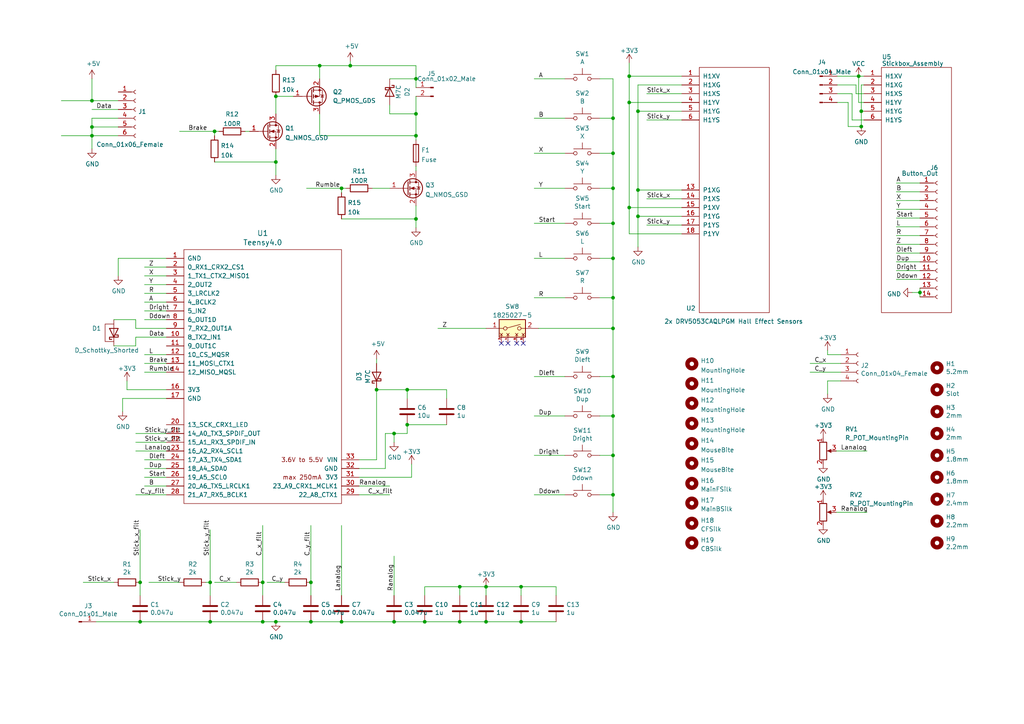
<source format=kicad_sch>
(kicad_sch (version 20211123) (generator eeschema)
  (paper "A4")
  (lib_symbols
    (symbol "Connector:Conn_01x01_Male" (pin_names (offset 1.016) hide)
      (property "Reference" "J" (at 0 2.54 0))
      (property "Value" "Conn_01x01_Male" (at 0 -2.54 0))
      (symbol "Conn_01x01_Male_1_1"
        (pin passive line (at 5.08 0 180) (length 3.81) (name "Pin_1") (number "1"))
      )
    )
    (symbol "Connector:Conn_01x02_Male" (pin_names (offset 1.016) hide)
      (property "Reference" "J" (at 0 2.54 0))
      (property "Value" "Conn_01x02_Male" (at 0 -5.08 0))
      (symbol "Conn_01x02_Male_1_1"
        (pin passive line (at 5.08 0 180) (length 3.81) (name "Pin_1") (number "1"))
        (pin passive line (at 5.08 -2.54 180) (length 3.81) (name "Pin_2") (number "2"))
      )
    )
    (symbol "Connector:Conn_01x04_Female" (pin_names (offset 1.016) hide)
      (property "Reference" "J" (at 0 5.08 0))
      (property "Value" "Conn_01x04_Female" (at 0 -7.62 0))
      (symbol "Conn_01x04_Female_1_1"
        (pin passive line (at -5.08 2.54 0) (length 3.81) (name "Pin_1") (number "1"))
        (pin passive line (at -5.08 0 0) (length 3.81) (name "Pin_2") (number "2"))
        (pin passive line (at -5.08 -2.54 0) (length 3.81) (name "Pin_3") (number "3"))
        (pin passive line (at -5.08 -5.08 0) (length 3.81) (name "Pin_4") (number "4"))
      )
    )
    (symbol "Connector:Conn_01x04_Male" (pin_names (offset 1.016) hide)
      (property "Reference" "J" (at 0 5.08 0))
      (property "Value" "Conn_01x04_Male" (at 0 -7.62 0))
      (symbol "Conn_01x04_Male_1_1"
        (pin passive line (at 5.08 2.54 180) (length 3.81) (name "Pin_1") (number "1"))
        (pin passive line (at 5.08 0 180) (length 3.81) (name "Pin_2") (number "2"))
        (pin passive line (at 5.08 -2.54 180) (length 3.81) (name "Pin_3") (number "3"))
        (pin passive line (at 5.08 -5.08 180) (length 3.81) (name "Pin_4") (number "4"))
      )
    )
    (symbol "Connector:Conn_01x06_Female" (pin_names (offset 1.016) hide)
      (property "Reference" "J" (at 0 7.62 0))
      (property "Value" "Conn_01x06_Female" (at 0 -10.16 0))
      (symbol "Conn_01x06_Female_1_1"
        (pin passive line (at -5.08 5.08 0) (length 3.81) (name "Pin_1") (number "1"))
        (pin passive line (at -5.08 2.54 0) (length 3.81) (name "Pin_2") (number "2"))
        (pin passive line (at -5.08 0 0) (length 3.81) (name "Pin_3") (number "3"))
        (pin passive line (at -5.08 -2.54 0) (length 3.81) (name "Pin_4") (number "4"))
        (pin passive line (at -5.08 -5.08 0) (length 3.81) (name "Pin_5") (number "5"))
        (pin passive line (at -5.08 -7.62 0) (length 3.81) (name "Pin_6") (number "6"))
      )
    )
    (symbol "Connector:Conn_01x14_Female" (pin_names (offset 1.016) hide)
      (property "Reference" "J" (at 0 17.78 0))
      (property "Value" "Conn_01x14_Female" (at 0 -20.32 0))
      (symbol "Conn_01x14_Female_1_1"
        (pin passive line (at -5.08 15.24 0) (length 3.81) (name "Pin_1") (number "1"))
        (pin passive line (at -5.08 -7.62 0) (length 3.81) (name "Pin_10") (number "10"))
        (pin passive line (at -5.08 -10.16 0) (length 3.81) (name "Pin_11") (number "11"))
        (pin passive line (at -5.08 -12.7 0) (length 3.81) (name "Pin_12") (number "12"))
        (pin passive line (at -5.08 -15.24 0) (length 3.81) (name "Pin_13") (number "13"))
        (pin passive line (at -5.08 -17.78 0) (length 3.81) (name "Pin_14") (number "14"))
        (pin passive line (at -5.08 12.7 0) (length 3.81) (name "Pin_2") (number "2"))
        (pin passive line (at -5.08 10.16 0) (length 3.81) (name "Pin_3") (number "3"))
        (pin passive line (at -5.08 7.62 0) (length 3.81) (name "Pin_4") (number "4"))
        (pin passive line (at -5.08 5.08 0) (length 3.81) (name "Pin_5") (number "5"))
        (pin passive line (at -5.08 2.54 0) (length 3.81) (name "Pin_6") (number "6"))
        (pin passive line (at -5.08 0 0) (length 3.81) (name "Pin_7") (number "7"))
        (pin passive line (at -5.08 -2.54 0) (length 3.81) (name "Pin_8") (number "8"))
        (pin passive line (at -5.08 -5.08 0) (length 3.81) (name "Pin_9") (number "9"))
      )
    )
    (symbol "Device:C" (pin_numbers hide) (pin_names (offset 0.254))
      (property "Reference" "C" (at 0.635 2.54 0))
      (property "Value" "C" (at 0.635 -2.54 0))
      (symbol "C_1_1"
        (pin passive line (at 0 3.81 270) (length 2.794) (name "~") (number "1"))
        (pin passive line (at 0 -3.81 90) (length 2.794) (name "~") (number "2"))
      )
    )
    (symbol "Device:D_Schottky" (pin_numbers hide) (pin_names (offset 1.016) hide)
      (property "Reference" "D" (at 0 2.54 0))
      (property "Value" "D_Schottky" (at 0 -2.54 0))
      (symbol "D_Schottky_1_1"
        (pin passive line (at -3.81 0 0) (length 2.54) (name "K") (number "1"))
        (pin passive line (at 3.81 0 180) (length 2.54) (name "A") (number "2"))
      )
    )
    (symbol "Device:Fuse" (pin_numbers hide) (pin_names (offset 0))
      (property "Reference" "F" (at 2.032 0 90))
      (property "Value" "Fuse" (at -1.905 0 90))
      (symbol "Fuse_1_1"
        (pin passive line (at 0 3.81 270) (length 1.27) (name "~") (number "1"))
        (pin passive line (at 0 -3.81 90) (length 1.27) (name "~") (number "2"))
      )
    )
    (symbol "Device:Q_NMOS_GSD" (pin_names (offset 0) hide)
      (property "Reference" "Q" (at 5.08 1.27 0))
      (property "Value" "Q_NMOS_GSD" (at 5.08 -1.27 0))
      (symbol "Q_NMOS_GSD_1_1"
        (pin input line (at -5.08 0 0) (length 2.54) (name "G") (number "1"))
        (pin passive line (at 2.54 -5.08 90) (length 2.54) (name "S") (number "2"))
        (pin passive line (at 2.54 5.08 270) (length 2.54) (name "D") (number "3"))
      )
    )
    (symbol "Device:Q_PMOS_GSD" (pin_names (offset 0) hide)
      (property "Reference" "Q" (at 5.08 1.27 0))
      (property "Value" "Q_PMOS_GSD" (at 5.08 -1.27 0))
      (symbol "Q_PMOS_GSD_1_1"
        (pin input line (at -5.08 0 0) (length 2.54) (name "G") (number "1"))
        (pin passive line (at 2.54 -5.08 90) (length 2.54) (name "S") (number "2"))
        (pin passive line (at 2.54 5.08 270) (length 2.54) (name "D") (number "3"))
      )
    )
    (symbol "Device:R" (pin_numbers hide) (pin_names (offset 0))
      (property "Reference" "R" (at 2.032 0 90))
      (property "Value" "R" (at 0 0 90))
      (symbol "R_1_1"
        (pin passive line (at 0 3.81 270) (length 1.27) (name "~") (number "1"))
        (pin passive line (at 0 -3.81 90) (length 1.27) (name "~") (number "2"))
      )
    )
    (symbol "GCC:+3.3V" (power) (pin_names (offset 0))
      (property "Value" "+3.3V" (at 0 3.556 0))
      (symbol "+3.3V_1_1"
        (pin power_in line (at 0 0 90) (length 0) hide (name "+3V3") (number "1"))
      )
    )
    (symbol "GCC:Gamecube-MB-rescue_Slider_GCC-Gamecube_MB" (pin_names (offset 1.016) hide)
      (property "Reference" "RV" (at -8.255 0 90))
      (property "Value" "Gamecube-MB-rescue_Slider_GCC-Gamecube_MB" (at -6.35 0 90))
      (symbol "Gamecube-MB-rescue_Slider_GCC-Gamecube_MB_1_1"
        (pin passive line (at 0 3.81 270) (length 1.27) (name "V+") (number "1"))
        (pin passive line (at 0 -3.81 90) (length 1.27) (name "GND") (number "2"))
        (pin passive line (at 3.81 0 180) (length 1.27) (name "Signal") (number "3"))
      )
    )
    (symbol "GCC:Gamecube-MB-rescue_Stickbox_Assembly-Gamecube_MB" (pin_names (offset 1.016))
      (property "Reference" "U" (at 12.7 -41.91 90))
      (property "Value" "Gamecube-MB-rescue_Stickbox_Assembly-Gamecube_MB" (at 8.89 -35.56 90))
      (symbol "Gamecube-MB-rescue_Stickbox_Assembly-Gamecube_MB_0_0"
        (pin unspecified line (at -5.08 -2.54 0) (length 5.08) (name "H1XV") (number "1"))
        (pin unspecified line (at -5.08 -35.56 0) (length 5.08) (name "P1XG") (number "13"))
        (pin unspecified line (at -5.08 -38.1 0) (length 5.08) (name "P1XS") (number "14"))
        (pin unspecified line (at -5.08 -40.64 0) (length 5.08) (name "P1XV") (number "15"))
        (pin unspecified line (at -5.08 -43.18 0) (length 5.08) (name "P1YG") (number "16"))
        (pin unspecified line (at -5.08 -45.72 0) (length 5.08) (name "P1YS") (number "17"))
        (pin unspecified line (at -5.08 -48.26 0) (length 5.08) (name "P1YV") (number "18"))
        (pin unspecified line (at -5.08 -5.08 0) (length 5.08) (name "H1XG") (number "2"))
        (pin unspecified line (at -5.08 -7.62 0) (length 5.08) (name "H1XS") (number "3"))
        (pin unspecified line (at -5.08 -10.16 0) (length 5.08) (name "H1YV") (number "4"))
        (pin unspecified line (at -5.08 -12.7 0) (length 5.08) (name "H1YG") (number "5"))
        (pin unspecified line (at -5.08 -15.24 0) (length 5.08) (name "H1YS") (number "6"))
      )
    )
    (symbol "Gamecube MB:D_Schottky_Shorted" (pin_numbers hide) (pin_names (offset 1.016) hide)
      (property "Reference" "D" (at 0 3.81 0))
      (property "Value" "D_Schottky_Shorted" (at 0 -2.54 0))
      (symbol "D_Schottky_Shorted_1_1"
        (pin passive line (at -3.81 0 0) (length 2.54) (name "K") (number "1"))
        (pin passive line (at 3.81 0 180) (length 2.54) (name "A") (number "2"))
      )
    )
    (symbol "Gamecube MB:Stickbox_Assembly_Hall_Only" (pin_names (offset 1.016))
      (property "Reference" "U2" (at -3.81 -69.85 0))
      (property "Value" "Stickbox_Assembly_Hall_Only" (at -10.16 -73.66 0))
      (symbol "Stickbox_Assembly_Hall_Only_0_0"
        (pin unspecified line (at -5.08 -2.54 0) (length 5.08) (name "H1XV") (number "1"))
        (pin unspecified line (at -5.08 -5.08 0) (length 5.08) (name "H1XG") (number "2"))
        (pin unspecified line (at -5.08 -7.62 0) (length 5.08) (name "H1XS") (number "3"))
        (pin unspecified line (at -5.08 -10.16 0) (length 5.08) (name "H1YV") (number "4"))
        (pin unspecified line (at -5.08 -12.7 0) (length 5.08) (name "H1YG") (number "5"))
        (pin unspecified line (at -5.08 -15.24 0) (length 5.08) (name "H1YS") (number "6"))
      )
    )
    (symbol "Mechanical:MountingHole" (pin_names (offset 1.016))
      (property "Reference" "H" (at 0 5.08 0))
      (property "Value" "MountingHole" (at 0 3.175 0))
    )
    (symbol "PhobGCC_Symbol_Library:SW_DIP_x01" (pin_names (offset 0) hide)
      (property "Reference" "SW" (at 0 3.81 0))
      (property "Value" "SW_DIP_x01" (at -0.127 -5.461 0))
      (symbol "SW_DIP_x01_1_1"
        (pin passive line (at -7.62 0 0) (length 5.08) (name "~") (number "1"))
        (pin passive line (at 7.62 0 180) (length 5.08) (name "~") (number "2"))
        (pin no_connect line (at -3.175 -1.778 270) (length 2.54) (name "") (number "3"))
        (pin no_connect line (at -1.27 -1.778 270) (length 2.54) (name "") (number "4"))
        (pin no_connect line (at 1.27 -1.778 270) (length 2.54) (name "") (number "5"))
        (pin no_connect line (at 3.175 -1.778 270) (length 2.54) (name "") (number "6"))
      )
    )
    (symbol "Switch:SW_Push" (pin_numbers hide) (pin_names (offset 1.016) hide)
      (property "Reference" "SW" (at 1.27 2.54 0))
      (property "Value" "SW_Push" (at 0 -1.524 0))
      (symbol "SW_Push_0_1"
        (pin passive line (at -5.08 0 0) (length 2.54) (name "1") (number "1"))
        (pin passive line (at 5.08 0 180) (length 2.54) (name "2") (number "2"))
      )
    )
    (symbol "power:+5V" (power) (pin_names (offset 0))
      (property "Value" "+5V" (at 0 3.556 0))
      (symbol "+5V_1_1"
        (pin power_in line (at 0 0 90) (length 0) hide (name "+5V") (number "1"))
      )
    )
    (symbol "power:GND" (power) (pin_names (offset 0))
      (property "Value" "GND" (at 0 -3.81 0))
      (symbol "GND_1_1"
        (pin power_in line (at 0 0 270) (length 0) hide (name "GND") (number "1"))
      )
    )
    (symbol "power:VCC" (power) (pin_names (offset 0))
      (property "Value" "VCC" (at 0 3.81 0))
      (symbol "VCC_1_1"
        (pin power_in line (at 0 0 90) (length 0) hide (name "VCC") (number "1"))
      )
    )
    (symbol "teensy:Teensy4.0" (pin_names (offset 1.016))
      (property "Reference" "U1" (at 0 41.5798 0))
      (property "Value" "Teensy4.0" (at 0 38.8874 0))
      (symbol "Teensy4.0_0_0"
        (text "3.6V to 5.5V" (at 11.43 -24.13 0) (effects (font (size 1.27 1.27))))
        (text "max 250mA" (at 11.43 -29.21 0) (effects (font (size 1.27 1.27))))
        (pin bidirectional line (at -27.94 11.43 0) (length 5.08) (name "8_TX2_IN1") (number "10"))
        (pin bidirectional line (at -27.94 8.89 0) (length 5.08) (name "9_OUT1C") (number "11"))
        (pin bidirectional line (at -27.94 6.35 0) (length 5.08) (name "10_CS_MQSR") (number "12"))
        (pin bidirectional line (at -27.94 3.81 0) (length 5.08) (name "11_MOSI_CTX1") (number "13"))
        (pin bidirectional line (at -27.94 1.27 0) (length 5.08) (name "12_MISO_MQSL") (number "14"))
        (pin power_in line (at -27.94 -3.81 0) (length 5.08) (name "3V3") (number "16"))
        (pin power_in line (at -27.94 -6.35 0) (length 5.08) (name "GND") (number "17"))
        (pin bidirectional line (at -27.94 -13.97 0) (length 5.08) (name "13_SCK_CRX1_LED") (number "20"))
        (pin bidirectional line (at -27.94 -16.51 0) (length 5.08) (name "14_A0_TX3_SPDIF_OUT") (number "21"))
        (pin bidirectional line (at -27.94 -19.05 0) (length 5.08) (name "15_A1_RX3_SPDIF_IN") (number "22"))
        (pin bidirectional line (at -27.94 -21.59 0) (length 5.08) (name "16_A2_RX4_SCL1") (number "23"))
        (pin bidirectional line (at -27.94 -24.13 0) (length 5.08) (name "17_A3_TX4_SDA1") (number "24"))
        (pin bidirectional line (at -27.94 -26.67 0) (length 5.08) (name "18_A4_SDA0") (number "25"))
        (pin bidirectional line (at -27.94 -29.21 0) (length 5.08) (name "19_A5_SCL0") (number "26"))
        (pin bidirectional line (at -27.94 -31.75 0) (length 5.08) (name "20_A6_TX5_LRCLK1") (number "27"))
        (pin bidirectional line (at -27.94 -34.29 0) (length 5.08) (name "21_A7_RX5_BCLK1") (number "28"))
        (pin bidirectional line (at 27.94 -34.29 180) (length 5.08) (name "22_A8_CTX1") (number "29"))
        (pin bidirectional line (at 27.94 -31.75 180) (length 5.08) (name "23_A9_CRX1_MCLK1") (number "30"))
        (pin power_out line (at 27.94 -29.21 180) (length 5.08) (name "3V3") (number "31"))
        (pin power_in line (at 27.94 -26.67 180) (length 5.08) (name "GND") (number "32"))
        (pin power_in line (at 27.94 -24.13 180) (length 5.08) (name "VIN") (number "33"))
        (pin bidirectional line (at -27.94 24.13 0) (length 5.08) (name "3_LRCLK2") (number "5"))
        (pin bidirectional line (at -27.94 21.59 0) (length 5.08) (name "4_BCLK2") (number "6"))
        (pin bidirectional line (at -27.94 19.05 0) (length 5.08) (name "5_IN2") (number "7"))
        (pin bidirectional line (at -27.94 16.51 0) (length 5.08) (name "6_OUT1D") (number "8"))
        (pin bidirectional line (at -27.94 13.97 0) (length 5.08) (name "7_RX2_OUT1A") (number "9"))
      )
      (symbol "Teensy4.0_1_1"
        (pin power_in line (at -27.94 34.29 0) (length 5.08) (name "GND") (number "1"))
        (pin bidirectional line (at -27.94 31.75 0) (length 5.08) (name "0_RX1_CRX2_CS1") (number "2"))
        (pin bidirectional line (at -27.94 29.21 0) (length 5.08) (name "1_TX1_CTX2_MISO1") (number "3"))
        (pin bidirectional line (at -27.94 26.67 0) (length 5.08) (name "2_OUT2") (number "4"))
      )
    )
  )
  (junction (at 151.13 170.18))
  (junction (at 151.13 180.34))
  (junction (at 120.65 39.37))
  (junction (at 133.35 180.34))
  (junction (at 114.3 125.73))
  (junction (at 177.8 44.45))
  (junction (at 177.8 54.61))
  (junction (at 182.499 22.098))
  (junction (at 266.827 84.836))
  (junction (at 123.19 180.34))
  (junction (at 177.8 109.22))
  (junction (at 140.97 170.18))
  (junction (at 249.809 36.703))
  (junction (at 120.65 22.86))
  (junction (at 80.01 46.99))
  (junction (at 249.047 22.098))
  (junction (at 177.8 143.51))
  (junction (at 120.65 33.02))
  (junction (at 185.039 55.118))
  (junction (at 140.97 180.34))
  (junction (at 26.67 36.83))
  (junction (at 92.71 19.05))
  (junction (at 60.96 180.34))
  (junction (at 182.499 29.718))
  (junction (at 177.8 132.08))
  (junction (at 118.11 113.03))
  (junction (at 90.17 180.34))
  (junction (at 133.35 170.18))
  (junction (at 90.17 168.91))
  (junction (at 101.6 19.05))
  (junction (at 80.01 180.34))
  (junction (at 120.65 63.5))
  (junction (at 109.22 113.03))
  (junction (at 185.039 32.258))
  (junction (at 62.23 38.1))
  (junction (at 177.8 34.29))
  (junction (at 76.2 168.91))
  (junction (at 99.06 180.34))
  (junction (at 249.809 32.258))
  (junction (at 177.8 86.36))
  (junction (at 177.8 120.65))
  (junction (at 114.3 180.34))
  (junction (at 99.06 54.61))
  (junction (at 40.64 180.34))
  (junction (at 177.8 74.93))
  (junction (at 26.67 39.37))
  (junction (at 118.11 123.19))
  (junction (at 80.01 27.94))
  (junction (at 182.499 60.198))
  (junction (at 26.67 29.21))
  (junction (at 177.8 64.77))
  (junction (at 177.8 95.25))
  (junction (at 60.96 168.91))
  (junction (at 185.039 62.738))
  (junction (at 76.2 180.34))
  (junction (at 40.64 168.91))
  (no_connect (at 151.765 99.568))
  (no_connect (at 145.415 99.568))
  (no_connect (at 147.32 99.568))
  (no_connect (at 149.86 99.568))
  (wire (pts (xy 266.827 84.836) (xy 266.827 86.106)))
  (wire (pts (xy 48.26 140.97) (xy 41.91 140.97)))
  (wire (pts (xy 259.969 73.406) (xy 266.827 73.406)))
  (wire (pts (xy 120.65 22.86) (xy 120.65 19.05)))
  (wire (pts (xy 173.99 54.61) (xy 177.8 54.61)))
  (wire (pts (xy 104.14 135.89) (xy 111.76 135.89)))
  (wire (pts (xy 123.19 172.72) (xy 123.19 170.18)))
  (wire (pts (xy 259.969 53.086) (xy 266.827 53.086)))
  (wire (pts (xy 177.8 143.51) (xy 177.8 148.59)))
  (wire (pts (xy 177.8 120.65) (xy 177.8 132.08)))
  (wire (pts (xy 120.65 59.69) (xy 120.65 63.5)))
  (wire (pts (xy 127 95.25) (xy 140.97 95.25)))
  (wire (pts (xy 41.91 107.95) (xy 48.26 107.95)))
  (wire (pts (xy 48.26 115.57) (xy 35.56 115.57)))
  (wire (pts (xy 156.21 95.25) (xy 177.8 95.25)))
  (wire (pts (xy 247.142 34.798) (xy 247.142 27.178)))
  (wire (pts (xy 133.35 170.18) (xy 140.97 170.18)))
  (wire (pts (xy 99.06 54.61) (xy 100.33 54.61)))
  (wire (pts (xy 120.65 39.37) (xy 120.65 40.64)))
  (wire (pts (xy 243.84 105.41) (xy 234.95 105.41)))
  (wire (pts (xy 113.03 140.97) (xy 104.14 140.97)))
  (wire (pts (xy 114.3 172.72) (xy 114.3 161.29)))
  (wire (pts (xy 243.84 107.95) (xy 234.95 107.95)))
  (wire (pts (xy 259.969 55.626) (xy 266.827 55.626)))
  (wire (pts (xy 114.3 125.73) (xy 114.3 128.27)))
  (wire (pts (xy 163.83 120.65) (xy 154.94 120.65)))
  (wire (pts (xy 177.8 54.61) (xy 177.8 44.45)))
  (wire (pts (xy 185.039 62.738) (xy 197.739 62.738)))
  (wire (pts (xy 151.13 172.72) (xy 151.13 170.18)))
  (wire (pts (xy 118.11 123.19) (xy 118.11 125.73)))
  (wire (pts (xy 250.571 34.798) (xy 247.142 34.798)))
  (wire (pts (xy 197.739 22.098) (xy 182.499 22.098)))
  (wire (pts (xy 109.22 113.03) (xy 109.22 133.35)))
  (wire (pts (xy 40.64 180.34) (xy 60.96 180.34)))
  (wire (pts (xy 242.824 29.718) (xy 245.999 29.718)))
  (wire (pts (xy 76.2 152.4) (xy 76.2 168.91)))
  (wire (pts (xy 249.047 29.718) (xy 249.047 22.098)))
  (wire (pts (xy 80.01 19.05) (xy 80.01 20.32)))
  (wire (pts (xy 113.03 143.51) (xy 104.14 143.51)))
  (wire (pts (xy 34.29 36.83) (xy 26.67 36.83)))
  (wire (pts (xy 90.17 152.4) (xy 90.17 168.91)))
  (wire (pts (xy 249.809 24.638) (xy 249.809 32.258)))
  (wire (pts (xy 92.71 22.86) (xy 92.71 19.05)))
  (wire (pts (xy 109.22 104.14) (xy 109.22 105.41)))
  (wire (pts (xy 173.99 64.77) (xy 177.8 64.77)))
  (wire (pts (xy 39.37 97.79) (xy 48.26 97.79)))
  (wire (pts (xy 129.54 115.57) (xy 129.54 113.03)))
  (wire (pts (xy 109.22 113.03) (xy 118.11 113.03)))
  (wire (pts (xy 118.11 113.03) (xy 129.54 113.03)))
  (wire (pts (xy 259.969 63.246) (xy 266.827 63.246)))
  (wire (pts (xy 34.29 31.75) (xy 26.67 31.75)))
  (wire (pts (xy 140.97 180.34) (xy 133.35 180.34)))
  (wire (pts (xy 163.83 143.51) (xy 154.94 143.51)))
  (wire (pts (xy 60.96 168.91) (xy 59.69 168.91)))
  (wire (pts (xy 120.65 27.94) (xy 120.65 33.02)))
  (wire (pts (xy 40.64 153.67) (xy 40.64 168.91)))
  (wire (pts (xy 113.03 22.86) (xy 120.65 22.86)))
  (wire (pts (xy 36.83 113.03) (xy 36.83 110.49)))
  (wire (pts (xy 118.11 113.03) (xy 118.11 115.57)))
  (wire (pts (xy 259.969 68.326) (xy 266.827 68.326)))
  (wire (pts (xy 80.01 27.94) (xy 80.01 33.02)))
  (wire (pts (xy 80.01 27.94) (xy 85.09 27.94)))
  (wire (pts (xy 249.809 32.258) (xy 249.809 36.703)))
  (wire (pts (xy 187.579 65.278) (xy 197.739 65.278)))
  (wire (pts (xy 163.83 86.36) (xy 154.94 86.36)))
  (wire (pts (xy 92.71 19.05) (xy 101.6 19.05)))
  (wire (pts (xy 120.65 33.02) (xy 113.03 33.02)))
  (wire (pts (xy 249.047 22.098) (xy 250.571 22.098)))
  (wire (pts (xy 34.29 39.37) (xy 26.67 39.37)))
  (wire (pts (xy 185.039 55.118) (xy 197.739 55.118)))
  (wire (pts (xy 113.03 33.02) (xy 113.03 30.48)))
  (wire (pts (xy 182.499 67.818) (xy 182.499 60.198)))
  (wire (pts (xy 111.76 135.89) (xy 111.76 125.73)))
  (wire (pts (xy 182.499 60.198) (xy 197.739 60.198)))
  (wire (pts (xy 243.84 110.49) (xy 240.03 110.49)))
  (wire (pts (xy 140.97 180.34) (xy 151.13 180.34)))
  (wire (pts (xy 35.56 115.57) (xy 35.56 119.38)))
  (wire (pts (xy 92.71 33.02) (xy 92.71 39.37)))
  (wire (pts (xy 120.65 33.02) (xy 120.65 39.37)))
  (wire (pts (xy 185.039 32.258) (xy 185.039 24.638)))
  (wire (pts (xy 90.17 180.34) (xy 99.06 180.34)))
  (wire (pts (xy 177.8 86.36) (xy 177.8 95.25)))
  (wire (pts (xy 133.35 170.18) (xy 133.35 172.72)))
  (wire (pts (xy 177.8 132.08) (xy 177.8 143.51)))
  (wire (pts (xy 41.91 105.41) (xy 48.26 105.41)))
  (wire (pts (xy 259.969 60.706) (xy 266.827 60.706)))
  (wire (pts (xy 177.8 44.45) (xy 177.8 34.29)))
  (wire (pts (xy 163.83 132.08) (xy 154.94 132.08)))
  (wire (pts (xy 48.26 133.35) (xy 41.91 133.35)))
  (wire (pts (xy 247.142 27.178) (xy 242.824 27.178)))
  (wire (pts (xy 177.8 86.36) (xy 177.8 74.93)))
  (wire (pts (xy 187.579 57.658) (xy 197.739 57.658)))
  (wire (pts (xy 52.07 38.1) (xy 62.23 38.1)))
  (wire (pts (xy 161.29 172.72) (xy 161.29 170.18)))
  (wire (pts (xy 163.83 34.29) (xy 154.94 34.29)))
  (wire (pts (xy 39.37 100.33) (xy 33.02 100.33)))
  (wire (pts (xy 182.499 22.098) (xy 182.499 29.718)))
  (wire (pts (xy 243.84 102.87) (xy 240.03 102.87)))
  (wire (pts (xy 80.01 43.18) (xy 80.01 46.99)))
  (wire (pts (xy 182.499 29.718) (xy 182.499 60.198)))
  (wire (pts (xy 163.83 54.61) (xy 154.94 54.61)))
  (wire (pts (xy 185.039 32.258) (xy 197.739 32.258)))
  (wire (pts (xy 34.29 29.21) (xy 26.67 29.21)))
  (wire (pts (xy 48.26 102.87) (xy 41.91 102.87)))
  (wire (pts (xy 118.11 125.73) (xy 114.3 125.73)))
  (wire (pts (xy 163.83 74.93) (xy 154.94 74.93)))
  (wire (pts (xy 48.26 77.47) (xy 41.91 77.47)))
  (wire (pts (xy 52.07 168.91) (xy 43.18 168.91)))
  (wire (pts (xy 111.76 125.73) (xy 114.3 125.73)))
  (wire (pts (xy 140.97 170.18) (xy 140.97 172.72)))
  (wire (pts (xy 48.26 80.01) (xy 41.91 80.01)))
  (wire (pts (xy 99.06 54.61) (xy 99.06 55.88)))
  (wire (pts (xy 62.23 38.1) (xy 63.5 38.1)))
  (wire (pts (xy 48.26 135.89) (xy 41.91 135.89)))
  (wire (pts (xy 48.26 92.71) (xy 41.91 92.71)))
  (wire (pts (xy 259.969 58.166) (xy 266.827 58.166)))
  (wire (pts (xy 177.8 74.93) (xy 177.8 64.77)))
  (wire (pts (xy 173.99 143.51) (xy 177.8 143.51)))
  (wire (pts (xy 173.99 109.22) (xy 177.8 109.22)))
  (wire (pts (xy 76.2 168.91) (xy 76.2 172.72)))
  (wire (pts (xy 259.969 81.026) (xy 266.827 81.026)))
  (wire (pts (xy 48.26 138.43) (xy 41.91 138.43)))
  (wire (pts (xy 151.13 180.34) (xy 161.29 180.34)))
  (wire (pts (xy 266.827 84.836) (xy 264.541 84.836)))
  (wire (pts (xy 48.26 143.51) (xy 39.37 143.51)))
  (wire (pts (xy 99.06 152.4) (xy 99.06 172.72)))
  (wire (pts (xy 245.999 29.718) (xy 245.999 36.703)))
  (wire (pts (xy 266.827 83.566) (xy 266.827 84.836)))
  (wire (pts (xy 163.83 22.86) (xy 154.94 22.86)))
  (wire (pts (xy 182.499 67.818) (xy 197.739 67.818)))
  (wire (pts (xy 250.571 24.638) (xy 249.809 24.638)))
  (wire (pts (xy 88.9 54.61) (xy 99.06 54.61)))
  (wire (pts (xy 114.3 180.34) (xy 123.19 180.34)))
  (wire (pts (xy 259.969 70.866) (xy 266.827 70.866)))
  (wire (pts (xy 24.13 168.91) (xy 33.02 168.91)))
  (wire (pts (xy 173.99 132.08) (xy 177.8 132.08)))
  (wire (pts (xy 250.571 29.718) (xy 249.047 29.718)))
  (wire (pts (xy 177.8 22.86) (xy 177.8 34.29)))
  (wire (pts (xy 177.8 64.77) (xy 177.8 54.61)))
  (wire (pts (xy 185.039 62.738) (xy 185.039 71.628)))
  (wire (pts (xy 39.37 92.71) (xy 33.02 92.71)))
  (wire (pts (xy 197.739 29.718) (xy 182.499 29.718)))
  (wire (pts (xy 187.579 34.798) (xy 197.739 34.798)))
  (wire (pts (xy 39.37 125.73) (xy 48.26 125.73)))
  (wire (pts (xy 48.26 90.17) (xy 41.91 90.17)))
  (wire (pts (xy 123.19 170.18) (xy 133.35 170.18)))
  (wire (pts (xy 48.26 113.03) (xy 36.83 113.03)))
  (wire (pts (xy 48.26 85.09) (xy 41.91 85.09)))
  (wire (pts (xy 249.809 32.258) (xy 250.571 32.258)))
  (wire (pts (xy 39.37 97.79) (xy 39.37 100.33)))
  (wire (pts (xy 17.78 29.21) (xy 26.67 29.21)))
  (wire (pts (xy 62.23 168.91) (xy 68.58 168.91)))
  (wire (pts (xy 240.03 110.49) (xy 240.03 114.3)))
  (wire (pts (xy 39.37 130.81) (xy 48.26 130.81)))
  (wire (pts (xy 120.65 39.37) (xy 92.71 39.37)))
  (wire (pts (xy 99.06 63.5) (xy 120.65 63.5)))
  (wire (pts (xy 173.99 86.36) (xy 177.8 86.36)))
  (wire (pts (xy 26.67 34.29) (xy 26.67 36.83)))
  (wire (pts (xy 27.94 180.34) (xy 40.64 180.34)))
  (wire (pts (xy 259.969 78.486) (xy 266.827 78.486)))
  (wire (pts (xy 99.06 180.34) (xy 114.3 180.34)))
  (wire (pts (xy 62.23 38.1) (xy 62.23 39.37)))
  (wire (pts (xy 161.29 170.18) (xy 151.13 170.18)))
  (wire (pts (xy 71.12 38.1) (xy 72.39 38.1)))
  (wire (pts (xy 119.38 138.43) (xy 104.14 138.43)))
  (wire (pts (xy 62.23 46.99) (xy 80.01 46.99)))
  (wire (pts (xy 80.01 180.34) (xy 90.17 180.34)))
  (wire (pts (xy 173.99 34.29) (xy 177.8 34.29)))
  (wire (pts (xy 242.57 130.81) (xy 251.46 130.81)))
  (wire (pts (xy 26.67 39.37) (xy 26.67 43.18)))
  (wire (pts (xy 173.99 120.65) (xy 177.8 120.65)))
  (wire (pts (xy 48.26 82.55) (xy 41.91 82.55)))
  (wire (pts (xy 185.039 62.738) (xy 185.039 55.118)))
  (wire (pts (xy 104.14 133.35) (xy 109.22 133.35)))
  (wire (pts (xy 101.6 17.78) (xy 101.6 19.05)))
  (wire (pts (xy 120.65 25.4) (xy 120.65 22.86)))
  (wire (pts (xy 177.8 109.22) (xy 177.8 120.65)))
  (wire (pts (xy 120.65 63.5) (xy 120.65 66.04)))
  (wire (pts (xy 173.99 44.45) (xy 177.8 44.45)))
  (wire (pts (xy 39.37 95.25) (xy 39.37 92.71)))
  (wire (pts (xy 163.83 44.45) (xy 154.94 44.45)))
  (wire (pts (xy 151.13 170.18) (xy 140.97 170.18)))
  (wire (pts (xy 60.96 153.67) (xy 60.96 168.91)))
  (wire (pts (xy 259.969 65.786) (xy 266.827 65.786)))
  (wire (pts (xy 245.999 36.703) (xy 249.809 36.703)))
  (wire (pts (xy 242.824 22.098) (xy 249.047 22.098)))
  (wire (pts (xy 177.8 95.25) (xy 177.8 109.22)))
  (wire (pts (xy 48.26 74.93) (xy 34.29 74.93)))
  (wire (pts (xy 60.96 180.34) (xy 76.2 180.34)))
  (wire (pts (xy 107.95 54.61) (xy 113.03 54.61)))
  (wire (pts (xy 90.17 168.91) (xy 90.17 172.72)))
  (wire (pts (xy 163.83 64.77) (xy 154.94 64.77)))
  (wire (pts (xy 39.37 128.27) (xy 48.26 128.27)))
  (wire (pts (xy 173.99 22.86) (xy 177.8 22.86)))
  (wire (pts (xy 240.03 102.87) (xy 240.03 101.6)))
  (wire (pts (xy 34.29 74.93) (xy 34.29 80.01)))
  (wire (pts (xy 60.96 168.91) (xy 60.96 172.72)))
  (wire (pts (xy 26.67 36.83) (xy 26.67 39.37)))
  (wire (pts (xy 248.285 27.178) (xy 250.571 27.178)))
  (wire (pts (xy 80.01 180.34) (xy 76.2 180.34)))
  (wire (pts (xy 48.26 87.63) (xy 41.91 87.63)))
  (wire (pts (xy 40.64 172.72) (xy 40.64 168.91)))
  (wire (pts (xy 80.01 46.99) (xy 80.01 50.8)))
  (wire (pts (xy 242.824 24.638) (xy 248.285 24.638)))
  (wire (pts (xy 242.57 148.59) (xy 251.46 148.59)))
  (wire (pts (xy 182.499 18.288) (xy 182.499 22.098)))
  (wire (pts (xy 185.039 24.638) (xy 197.739 24.638)))
  (wire (pts (xy 39.37 95.25) (xy 48.26 95.25)))
  (wire (pts (xy 163.83 109.22) (xy 154.94 109.22)))
  (wire (pts (xy 259.969 75.946) (xy 266.827 75.946)))
  (wire (pts (xy 26.67 29.21) (xy 26.67 22.86)))
  (wire (pts (xy 120.65 48.26) (xy 120.65 49.53)))
  (wire (pts (xy 123.19 180.34) (xy 133.35 180.34)))
  (wire (pts (xy 92.71 19.05) (xy 80.01 19.05)))
  (wire (pts (xy 118.11 123.19) (xy 129.54 123.19)))
  (wire (pts (xy 119.38 134.62) (xy 119.38 138.43)))
  (wire (pts (xy 34.29 34.29) (xy 26.67 34.29)))
  (wire (pts (xy 197.739 27.178) (xy 187.579 27.178)))
  (wire (pts (xy 185.039 32.258) (xy 185.039 55.118)))
  (wire (pts (xy 77.47 168.91) (xy 82.55 168.91)))
  (wire (pts (xy 17.78 39.37) (xy 26.67 39.37)))
  (wire (pts (xy 120.65 19.05) (xy 101.6 19.05)))
  (wire (pts (xy 248.285 24.638) (xy 248.285 27.178)))
  (wire (pts (xy 173.99 74.93) (xy 177.8 74.93)))
  (label "C_y_filt" (at 40.64 143.51 0))
  (label "Stick_y" (at 187.579 65.278 0))
  (label "A" (at 156.21 22.86 0))
  (label "A" (at 43.18 87.63 0))
  (label "Ranalog" (at 114.3 171.45 90))
  (label "Dleft" (at 43.18 133.35 0))
  (label "Z" (at 43.18 77.47 0))
  (label "L" (at 156.21 74.93 0))
  (label "Stick_y" (at 45.72 168.91 0))
  (label "C_x" (at 236.22 105.41 0))
  (label "Stick_x" (at 187.579 27.178 0))
  (label "Stick_x" (at 187.579 57.658 0))
  (label "Y" (at 259.969 60.706 0))
  (label "Lanalog" (at 41.91 130.81 0))
  (label "Rumble" (at 91.44 54.61 0))
  (label "Dleft" (at 156.21 109.22 0))
  (label "X" (at 259.969 58.166 0))
  (label "Data" (at 27.94 31.75 0))
  (label "Ranalog" (at 104.14 140.97 0))
  (label "B" (at 156.21 34.29 0))
  (label "C_y" (at 78.74 168.91 0))
  (label "Rumble" (at 43.18 107.95 0))
  (label "Z" (at 128.27 95.25 0))
  (label "L" (at 259.969 65.786 0))
  (label "Dup" (at 259.969 75.946 0))
  (label "C_x_filt" (at 76.2 161.29 90))
  (label "Z" (at 259.969 70.866 0))
  (label "Start" (at 43.18 138.43 0))
  (label "Dright" (at 43.18 90.17 0))
  (label "Dleft" (at 259.969 73.406 0))
  (label "C_x" (at 63.5 168.91 0))
  (label "C_y_filt" (at 90.17 161.29 90))
  (label "Ddown" (at 259.969 81.026 0))
  (label "Stick_x" (at 25.4 168.91 0))
  (label "Dright" (at 156.21 132.08 0))
  (label "Ranalog" (at 243.84 148.59 0))
  (label "Start" (at 156.21 64.77 0))
  (label "R" (at 259.969 68.326 0))
  (label "A" (at 259.969 53.086 0))
  (label "B" (at 43.18 140.97 0))
  (label "Ddown" (at 156.21 143.51 0))
  (label "Brake" (at 43.18 105.41 0))
  (label "R" (at 156.21 86.36 0))
  (label "Stick_y_filt" (at 41.91 125.73 0))
  (label "Start" (at 259.969 63.246 0))
  (label "X" (at 43.18 80.01 0))
  (label "R" (at 43.18 85.09 0))
  (label "Data" (at 43.18 97.79 0))
  (label "Lanalog" (at 243.84 130.81 0))
  (label "Stick_y" (at 187.579 34.798 0))
  (label "Y" (at 156.21 54.61 0))
  (label "Ddown" (at 43.18 92.71 0))
  (label "C_y" (at 236.22 107.95 0))
  (label "Dup" (at 43.18 135.89 0))
  (label "C_x_filt" (at 106.68 143.51 0))
  (label "Brake" (at 54.61 38.1 0))
  (label "Stick_x_filt" (at 41.91 128.27 0))
  (label "Lanalog" (at 99.06 171.45 90))
  (label "L" (at 43.18 102.87 0))
  (label "B" (at 259.969 55.626 0))
  (label "X" (at 156.21 44.45 0))
  (label "Dright" (at 259.969 78.486 0))
  (label "Stick_x_filt" (at 40.64 161.29 90))
  (label "Y" (at 43.18 82.55 0))
  (label "Dup" (at 156.21 120.65 0))
  (label "Stick_y_filt" (at 60.96 161.29 90))
  (symbol (lib_id "teensy:Teensy4.0") (at 76.2 109.22 0) (unit 1)
    (property "Reference" "U1" (at 76.2 67.6402 0) (effects (font (size 1.524 1.524))))
    (property "Value" "Teensy4.0" (at 76.2 70.3326 0) (effects (font (size 1.524 1.524))))
    (property "Footprint" "wavbrd:Teensy40_Edge_Pins" (effects hide))
  )
  (symbol (lib_id "Switch:SW_Push") (at 168.91 22.86 0) (unit 1)
    (property "Reference" "SW1" (at 168.91 15.621 0))
    (property "Value" "A" (at 168.91 17.9324 0))
    (property "Footprint" "wavbrd:ABXY_Contact_Omron_Switch" (effects hide))
  )
  (symbol (lib_id "Switch:SW_Push") (at 168.91 34.29 0) (unit 1)
    (property "Reference" "SW2" (at 168.91 27.051 0))
    (property "Value" "B" (at 168.91 29.3624 0))
    (property "Footprint" "wavbrd:ABXY_Contact_Omron_Switch" (effects hide))
  )
  (symbol (lib_id "Switch:SW_Push") (at 168.91 44.45 0) (unit 1)
    (property "Reference" "SW3" (at 168.91 37.211 0))
    (property "Value" "X" (at 168.91 39.5224 0))
    (property "Footprint" "wavbrd:ABXY_Contact_Omron_Switch" (effects hide))
  )
  (symbol (lib_id "Switch:SW_Push") (at 168.91 54.61 0) (unit 1)
    (property "Reference" "SW4" (at 168.91 47.371 0))
    (property "Value" "Y" (at 168.91 49.6824 0))
    (property "Footprint" "wavbrd:ABXY_Contact_Omron_Switch" (effects hide))
  )
  (symbol (lib_id "Switch:SW_Push") (at 168.91 64.77 0) (unit 1)
    (property "Reference" "SW5" (at 168.91 57.531 0))
    (property "Value" "Start" (at 168.91 59.8424 0))
    (property "Footprint" "wavbrd:Start_Contact" (effects hide))
  )
  (symbol (lib_id "Switch:SW_Push") (at 168.91 74.93 0) (unit 1)
    (property "Reference" "SW6" (at 168.91 67.691 0))
    (property "Value" "L" (at 168.91 70.0024 0))
    (property "Footprint" "wavbrd:Pin_Header_Straight_1x02_Pitch2.54mm" (effects hide))
  )
  (symbol (lib_id "Switch:SW_Push") (at 168.91 86.36 0) (unit 1)
    (property "Reference" "SW7" (at 168.91 79.121 0))
    (property "Value" "R" (at 168.91 81.4324 0))
    (property "Footprint" "wavbrd:Pin_Header_Straight_1x02_Pitch2.54mm" (effects hide))
  )
  (symbol (lib_id "power:GND") (at 34.29 80.01 0) (unit 1)
    (property "Reference" "#PWR0102" (effects hide))
    (property "Value" "GND" (at 34.417 84.4042 0))
  )
  (symbol (lib_id "power:GND") (at 177.8 148.59 0) (unit 1)
    (property "Reference" "#PWR0103" (effects hide))
    (property "Value" "GND" (at 177.927 152.9842 0))
  )
  (symbol (lib_id "power:+5V") (at 26.67 22.86 0) (unit 1)
    (property "Reference" "#PWR0113" (effects hide))
    (property "Value" "+5V" (at 27.051 18.4658 0))
  )
  (symbol (lib_id "Connector:Conn_01x06_Female") (at 39.37 31.75 0) (unit 1)
    (property "Reference" "J1" (at 40.0812 32.3596 0) (effects (justify left)))
    (property "Value" "Conn_01x06_Female" (at 27.94 41.91 0) (effects (justify left)))
    (property "Footprint" "wavbrd:GCC_Header_Straight_1x06_Pitch2.00mm" (effects hide))
  )
  (symbol (lib_id "GCC:Gamecube-MB-rescue_Slider_GCC-Gamecube_MB") (at 238.76 130.81 0) (unit 1)
    (property "Reference" "RV1" (at 245.11 124.46 0) (effects (justify left)))
    (property "Value" "R_POT_MountingPin" (at 245.11 127 0) (effects (justify left)))
    (property "Footprint" "wavbrd:GCC_Slider" (effects hide))
  )
  (symbol (lib_id "Connector:Conn_01x04_Female") (at 248.92 105.41 0) (unit 1)
    (property "Reference" "J2" (at 249.6312 106.0196 0) (effects (justify left)))
    (property "Value" "Conn_01x04_Female" (at 249.6312 108.331 0) (effects (justify left)))
    (property "Footprint" "wavbrd:Pin_Header_Straight_1x04_Pitch2.00mm" (effects hide))
  )
  (symbol (lib_id "GCC:Gamecube-MB-rescue_Slider_GCC-Gamecube_MB") (at 238.76 148.59 0) (unit 1)
    (property "Reference" "RV2" (at 246.38 143.51 0) (effects (justify left)))
    (property "Value" "R_POT_MountingPin" (at 246.38 146.05 0) (effects (justify left)))
    (property "Footprint" "wavbrd:GCC_Slider" (effects hide))
  )
  (symbol (lib_id "power:GND") (at 240.03 114.3 0) (unit 1)
    (property "Reference" "#PWR0108" (effects hide))
    (property "Value" "GND" (at 240.157 118.6942 0))
  )
  (symbol (lib_id "Switch:SW_Push") (at 168.91 109.22 0) (unit 1)
    (property "Reference" "SW9" (at 168.91 101.981 0))
    (property "Value" "Dleft" (at 168.91 104.2924 0))
    (property "Footprint" "wavbrd:Dpad_Contact_TL3315NF_2" (effects hide))
  )
  (symbol (lib_id "power:GND") (at 238.76 134.62 0) (unit 1)
    (property "Reference" "#PWR0115" (effects hide))
    (property "Value" "GND" (at 238.887 139.0142 0))
  )
  (symbol (lib_id "Switch:SW_Push") (at 168.91 120.65 0) (unit 1)
    (property "Reference" "SW10" (at 168.91 113.411 0))
    (property "Value" "Dup" (at 168.91 115.7224 0))
    (property "Footprint" "wavbrd:Dpad_Contact_TL3315NF_2" (effects hide))
  )
  (symbol (lib_id "Switch:SW_Push") (at 168.91 132.08 0) (unit 1)
    (property "Reference" "SW11" (at 168.91 124.841 0))
    (property "Value" "Dright" (at 168.91 127.1524 0))
    (property "Footprint" "wavbrd:Dpad_Contact_TL3315NF_2" (effects hide))
  )
  (symbol (lib_id "Switch:SW_Push") (at 168.91 143.51 0) (unit 1)
    (property "Reference" "SW12" (at 168.91 136.271 0))
    (property "Value" "Ddown" (at 168.91 138.5824 0))
    (property "Footprint" "wavbrd:Dpad_Contact_TL3315NF_2" (effects hide))
  )
  (symbol (lib_id "power:GND") (at 238.76 152.4 0) (unit 1)
    (property "Reference" "#PWR0117" (effects hide))
    (property "Value" "GND" (at 238.887 156.7942 0))
  )
  (symbol (lib_id "PhobGCC_Symbol_Library:SW_DIP_x01") (at 148.59 95.25 0) (unit 1)
    (property "Reference" "SW8" (at 148.59 88.9 0))
    (property "Value" "1825027-5" (at 148.59 91.44 0))
    (property "Footprint" "wavbrd:Z_Switch_Edge" (effects hide))
    (property "Configuration_Pole-Throw" "Single Pole - Single Throw" (effects hide))
    (property "Contact_Current_Rating" "50 mA" (effects hide))
    (property "Comment" "1825027-5" (effects hide))
    (property "EU_RoHS_Compliance" "Compliant" (effects hide))
  )
  (symbol (lib_id "GCC:Gamecube-MB-rescue_Stickbox_Assembly-Gamecube_MB") (at 202.819 19.558 0) (unit 1)
    (property "Reference" "U2" (at 199.009 89.408 0) (effects (justify left)))
    (property "Value" "2x DRV5053CAQLPGM Hall Effect Sensors" (at 192.659 93.218 0) (effects (justify left)))
    (property "Footprint" "wavbrd:GCC_Stickbox_2" (effects hide))
  )
  (symbol (lib_id "power:GND") (at 185.039 71.628 0) (unit 1)
    (property "Reference" "#PWR0101" (effects hide))
    (property "Value" "GND" (at 185.166 76.0222 0))
  )
  (symbol (lib_id "Device:C") (at 40.64 176.53 0) (unit 1)
    (property "Reference" "C1" (at 43.561 175.3616 0) (effects (justify left)))
    (property "Value" "0.047u" (at 43.561 177.673 0) (effects (justify left)))
    (property "Footprint" "wavbrd:C_0603_HandSoldering" (effects hide))
    (property "LCSC" "C1622" (effects hide))
  )
  (symbol (lib_id "Device:C") (at 60.96 176.53 0) (unit 1)
    (property "Reference" "C2" (at 63.881 175.3616 0) (effects (justify left)))
    (property "Value" "0.047u" (at 63.881 177.673 0) (effects (justify left)))
    (property "Footprint" "wavbrd:C_0603_HandSoldering" (effects hide))
    (property "LCSC" "C1622" (effects hide))
  )
  (symbol (lib_id "Device:C") (at 114.3 176.53 0) (unit 1)
    (property "Reference" "C3" (at 117.221 175.3616 0) (effects (justify left)))
    (property "Value" "0.047u" (at 117.221 177.673 0) (effects (justify left)))
    (property "Footprint" "wavbrd:C_0603_HandSoldering" (effects hide))
    (property "LCSC" "C1622" (effects hide))
  )
  (symbol (lib_id "Device:C") (at 76.2 176.53 0) (unit 1)
    (property "Reference" "C4" (at 79.121 175.3616 0) (effects (justify left)))
    (property "Value" "0.047u" (at 79.121 177.673 0) (effects (justify left)))
    (property "Footprint" "wavbrd:C_0603_HandSoldering" (effects hide))
    (property "LCSC" "C1622" (effects hide))
  )
  (symbol (lib_id "Device:C") (at 90.17 176.53 0) (unit 1)
    (property "Reference" "C5" (at 93.091 175.3616 0) (effects (justify left)))
    (property "Value" "0.047u" (at 93.091 177.673 0) (effects (justify left)))
    (property "Footprint" "wavbrd:C_0603_HandSoldering" (effects hide))
    (property "LCSC" "C1622" (effects hide))
  )
  (symbol (lib_id "Device:C") (at 99.06 176.53 0) (unit 1)
    (property "Reference" "C7" (at 101.981 175.3616 0) (effects (justify left)))
    (property "Value" "0.047u" (at 101.981 177.673 0) (effects (justify left)))
    (property "Footprint" "wavbrd:C_0603_HandSoldering" (effects hide))
    (property "LCSC" "C1622" (effects hide))
  )
  (symbol (lib_id "power:GND") (at 80.01 180.34 0) (unit 1)
    (property "Reference" "#PWR0109" (effects hide))
    (property "Value" "GND" (at 80.137 184.7342 0))
  )
  (symbol (lib_id "Device:C") (at 133.35 176.53 0) (unit 1)
    (property "Reference" "C11" (at 136.271 175.3616 0) (effects (justify left)))
    (property "Value" "1u" (at 136.271 177.673 0) (effects (justify left)))
    (property "Footprint" "wavbrd:C_0603_1608Metric_Pad1.08x0.95mm_HandSolder" (effects hide))
    (property "LCSC" "C15849" (effects hide))
  )
  (symbol (lib_id "Device:C") (at 140.97 176.53 0) (unit 1)
    (property "Reference" "C12" (at 143.891 175.3616 0) (effects (justify left)))
    (property "Value" "1u" (at 143.891 177.673 0) (effects (justify left)))
    (property "Footprint" "wavbrd:C_0603_1608Metric_Pad1.08x0.95mm_HandSolder" (effects hide))
    (property "LCSC" "C15849" (effects hide))
  )
  (symbol (lib_id "power:GND") (at 26.67 43.18 0) (unit 1)
    (property "Reference" "#PWR0112" (effects hide))
    (property "Value" "GND" (at 26.797 47.5742 0))
  )
  (symbol (lib_id "Connector:Conn_01x01_Male") (at 22.86 180.34 0) (unit 1)
    (property "Reference" "J3" (at 25.6032 175.7426 0))
    (property "Value" "Conn_01x01_Male" (at 25.6032 178.054 0))
    (property "Footprint" "wavbrd:PinHeader_1x01_P2.54mm_Vertical" (effects hide))
  )
  (symbol (lib_id "Mechanical:MountingHole") (at 271.78 106.68 0) (unit 1)
    (property "Reference" "H1" (at 274.32 105.5116 0) (effects (justify left)))
    (property "Value" "5.2mm" (at 274.32 107.823 0) (effects (justify left)))
    (property "Footprint" "wavbrd:MountingHole_5.2mm" (effects hide))
  )
  (symbol (lib_id "Mechanical:MountingHole") (at 271.78 113.03 0) (unit 1)
    (property "Reference" "H2" (at 274.32 111.8616 0) (effects (justify left)))
    (property "Value" "Slot" (at 274.32 114.173 0) (effects (justify left)))
    (property "Footprint" "wavbrd:Slot" (effects hide))
  )
  (symbol (lib_id "Mechanical:MountingHole") (at 271.78 119.38 0) (unit 1)
    (property "Reference" "H3" (at 274.32 118.2116 0) (effects (justify left)))
    (property "Value" "2mm" (at 274.32 120.523 0) (effects (justify left)))
    (property "Footprint" "wavbrd:MountingHole_2.0mm" (effects hide))
  )
  (symbol (lib_id "Mechanical:MountingHole") (at 271.78 125.73 0) (unit 1)
    (property "Reference" "H4" (at 274.32 124.5616 0) (effects (justify left)))
    (property "Value" "2mm" (at 274.32 126.873 0) (effects (justify left)))
    (property "Footprint" "wavbrd:MountingHole_2.0mm" (effects hide))
  )
  (symbol (lib_id "Mechanical:MountingHole") (at 271.78 132.08 0) (unit 1)
    (property "Reference" "H5" (at 274.32 130.9116 0) (effects (justify left)))
    (property "Value" "1.8mm" (at 274.32 133.223 0) (effects (justify left)))
    (property "Footprint" "wavbrd:MountingHole_1.8mm" (effects hide))
  )
  (symbol (lib_id "Mechanical:MountingHole") (at 271.78 138.43 0) (unit 1)
    (property "Reference" "H6" (at 274.32 137.2616 0) (effects (justify left)))
    (property "Value" "1.8mm" (at 274.32 139.573 0) (effects (justify left)))
    (property "Footprint" "wavbrd:MountingHole_1.8mm" (effects hide))
  )
  (symbol (lib_id "Mechanical:MountingHole") (at 271.78 144.78 0) (unit 1)
    (property "Reference" "H7" (at 274.32 143.6116 0) (effects (justify left)))
    (property "Value" "2.4mm" (at 274.32 145.923 0) (effects (justify left)))
    (property "Footprint" "wavbrd:MountingHole_2.4mm" (effects hide))
  )
  (symbol (lib_id "Mechanical:MountingHole") (at 271.78 151.13 0) (unit 1)
    (property "Reference" "H8" (at 274.32 149.9616 0) (effects (justify left)))
    (property "Value" "2.2mm" (at 274.32 152.273 0) (effects (justify left)))
    (property "Footprint" "wavbrd:MountingHole_2.2mm" (effects hide))
  )
  (symbol (lib_id "Mechanical:MountingHole") (at 271.78 157.48 0) (unit 1)
    (property "Reference" "H9" (at 274.32 156.3116 0) (effects (justify left)))
    (property "Value" "2.2mm" (at 274.32 158.623 0) (effects (justify left)))
    (property "Footprint" "wavbrd:MountingHole_2.2mm" (effects hide))
  )
  (symbol (lib_id "Device:R") (at 36.83 168.91 270) (unit 1)
    (property "Reference" "R1" (at 36.83 163.6522 90))
    (property "Value" "2k" (at 36.83 165.9636 90))
    (property "Footprint" "wavbrd:R_0603_1608Metric_Pad0.98x0.95mm_HandSolder" (effects hide))
    (property "LCSC" "C22975" (effects hide))
    (property "Manufacturer PN" "0603WAF1002T5ECopy" (effects hide))
  )
  (symbol (lib_id "Device:R") (at 55.88 168.91 270) (unit 1)
    (property "Reference" "R2" (at 55.88 163.6522 90))
    (property "Value" "2k" (at 55.88 165.9636 90))
    (property "Footprint" "wavbrd:R_0603_1608Metric_Pad0.98x0.95mm_HandSolder" (effects hide))
    (property "LCSC" "C22975" (effects hide))
  )
  (symbol (lib_id "Device:C") (at 123.19 176.53 0) (unit 1)
    (property "Reference" "C10" (at 126.111 175.3616 0) (effects (justify left)))
    (property "Value" "1u" (at 126.111 177.673 0) (effects (justify left)))
    (property "Footprint" "wavbrd:C_0603_1608Metric_Pad1.08x0.95mm_HandSolder" (effects hide))
    (property "LCSC" "C15849" (effects hide))
  )
  (symbol (lib_id "Device:R") (at 86.36 168.91 270) (unit 1)
    (property "Reference" "R4" (at 86.36 163.6522 90))
    (property "Value" "2k" (at 86.36 165.9636 90))
    (property "Footprint" "wavbrd:R_0603_1608Metric_Pad0.98x0.95mm_HandSolder" (effects hide))
    (property "LCSC" "C22975" (effects hide))
  )
  (symbol (lib_id "Device:C") (at 161.29 176.53 0) (unit 1)
    (property "Reference" "C13" (at 164.211 175.3616 0) (effects (justify left)))
    (property "Value" "1u" (at 164.211 177.673 0) (effects (justify left)))
    (property "Footprint" "wavbrd:C_0603_1608Metric_Pad1.08x0.95mm_HandSolder" (effects hide))
    (property "LCSC" "C15849" (effects hide))
  )
  (symbol (lib_id "Device:R") (at 80.01 24.13 180) (unit 1)
    (property "Reference" "R13" (at 81.788 23.2215 0) (effects (justify right)))
    (property "Value" "10k" (at 81.788 25.9966 0) (effects (justify right)))
    (property "Footprint" "wavbrd:R_0603_1608Metric_Pad0.98x0.95mm_HandSolder" (effects hide))
    (property "LCSC" "C25804" (effects hide))
  )
  (symbol (lib_id "power:GND") (at 114.3 128.27 0) (unit 1)
    (property "Reference" "#PWR0119" (effects hide))
    (property "Value" "GND" (at 114.427 132.6642 0))
  )
  (symbol (lib_id "power:VCC") (at 249.047 22.098 0) (unit 1)
    (property "Reference" "#PWR0123" (effects hide))
    (property "Value" "VCC" (at 249.047 18.4935 0))
  )
  (symbol (lib_id "power:GND") (at 80.01 50.8 0) (unit 1)
    (property "Reference" "#PWR04" (effects hide))
    (property "Value" "GND" (at 80.137 55.1942 0))
  )
  (symbol (lib_id "Mechanical:MountingHole") (at 200.66 151.765 0) (unit 1)
    (property "Reference" "H18" (at 203.2 150.9303 0) (effects (justify left)))
    (property "Value" "CFSilk" (at 203.2 153.4672 0) (effects (justify left)))
    (property "Footprint" "wavbrd:cstick_silk" (effects hide))
  )
  (symbol (lib_id "Device:D_Schottky") (at 113.03 26.67 270) (unit 1)
    (property "Reference" "D2" (at 118.11 26.67 0))
    (property "Value" "M7C" (at 115.57 26.67 0))
    (property "Footprint" "wavbrd:D_SOD-123" (effects hide))
    (property "LCSC" "C8598" (effects hide))
  )
  (symbol (lib_id "Mechanical:MountingHole") (at 200.66 105.537 0) (unit 1)
    (property "Reference" "H10" (at 203.2 104.6285 0) (effects (justify left)))
    (property "Value" "MountingHole" (at 203.2 107.4036 0) (effects (justify left)))
    (property "Footprint" "wavbrd:MountingHole_1.8mm" (effects hide))
  )
  (symbol (lib_id "GCC:+3.3V") (at 238.76 127 0) (unit 1)
    (property "Reference" "#PWR0110" (effects hide))
    (property "Value" "+3.3V" (at 238.76 123.3955 0))
  )
  (symbol (lib_id "Device:C") (at 129.54 119.38 0) (unit 1)
    (property "Reference" "C8" (at 132.461 118.2116 0) (effects (justify left)))
    (property "Value" "1u" (at 132.461 120.523 0) (effects (justify left)))
    (property "Footprint" "wavbrd:C_0603_1608Metric_Pad1.08x0.95mm_HandSolder" (effects hide))
    (property "LCSC" "C15849" (effects hide))
  )
  (symbol (lib_id "power:+5V") (at 109.22 104.14 0) (unit 1)
    (property "Reference" "#PWR0118" (effects hide))
    (property "Value" "+5V" (at 109.601 99.7458 0))
  )
  (symbol (lib_id "Device:Fuse") (at 120.65 44.45 0) (unit 1)
    (property "Reference" "F1" (at 122.174 43.5415 0) (effects (justify left)))
    (property "Value" "Fuse" (at 122.174 46.3166 0) (effects (justify left)))
    (property "Footprint" "wavbrd:R_1206_3216Metric" (effects hide))
    (property "LCSC" "C69680" (effects hide))
  )
  (symbol (lib_id "Gamecube MB:Stickbox_Assembly_Hall_Only") (at 255.651 19.558 0) (unit 1)
    (property "Reference" "U5" (at 255.778 16.51 0) (effects (justify left)))
    (property "Value" "Stickbox_Assembly" (at 255.778 18.415 0) (effects (justify left)))
    (property "Footprint" "wavbrd:GCC_Stickbox_Hall_Only" (effects hide))
  )
  (symbol (lib_id "Mechanical:MountingHole") (at 200.66 111.252 0) (unit 1)
    (property "Reference" "H11" (at 203.2 110.3435 0) (effects (justify left)))
    (property "Value" "MountingHole" (at 203.2 113.1186 0) (effects (justify left)))
    (property "Footprint" "wavbrd:MountingHole_5.2mm" (effects hide))
  )
  (symbol (lib_id "GCC:+3.3V") (at 238.76 144.78 0) (unit 1)
    (property "Reference" "#PWR0107" (effects hide))
    (property "Value" "+3.3V" (at 238.76 141.1755 0))
  )
  (symbol (lib_id "GCC:+3.3V") (at 240.03 101.6 0) (unit 1)
    (property "Reference" "#PWR0106" (effects hide))
    (property "Value" "+3.3V" (at 240.03 97.9955 0))
  )
  (symbol (lib_id "Mechanical:MountingHole") (at 200.66 140.208 0) (unit 1)
    (property "Reference" "H16" (at 203.2 139.3733 0) (effects (justify left)))
    (property "Value" "MainFSilk" (at 203.2 141.9102 0) (effects (justify left)))
    (property "Footprint" "wavbrd:wavbrd_silk" (effects hide))
  )
  (symbol (lib_id "Connector:Conn_01x02_Male") (at 125.73 25.4 0) (mirror y) (unit 1)
    (property "Reference" "J5" (at 125.095 21.3573 0))
    (property "Value" "Conn_01x02_Male" (at 129.54 22.86 0))
    (property "Footprint" "wavbrd:Molex_PicoBlade_53048-0210_1x02_P1.25mm_Horizontal" (effects hide))
  )
  (symbol (lib_id "Mechanical:MountingHole") (at 200.66 116.967 0) (unit 1)
    (property "Reference" "H12" (at 203.2 116.0585 0) (effects (justify left)))
    (property "Value" "MountingHole" (at 203.2 118.8336 0) (effects (justify left)))
    (property "Footprint" "wavbrd:MountingHole_2.0mm" (effects hide))
  )
  (symbol (lib_id "Device:R") (at 67.31 38.1 90) (unit 1)
    (property "Reference" "R12" (at 67.31 33.1175 90))
    (property "Value" "100R" (at 67.31 35.8926 90))
    (property "Footprint" "wavbrd:R_0603_1608Metric_Pad0.98x0.95mm_HandSolder" (effects hide))
    (property "LCSC" "C22775" (effects hide))
  )
  (symbol (lib_id "Device:R") (at 62.23 43.18 180) (unit 1)
    (property "Reference" "R14" (at 64.008 42.2715 0) (effects (justify right)))
    (property "Value" "10k" (at 64.008 45.0466 0) (effects (justify right)))
    (property "Footprint" "wavbrd:R_0603_1608Metric_Pad0.98x0.95mm_HandSolder" (effects hide))
    (property "LCSC" "C25804" (effects hide))
  )
  (symbol (lib_id "GCC:+3.3V") (at 140.97 170.18 0) (unit 1)
    (property "Reference" "#PWR0116" (effects hide))
    (property "Value" "+3.3V" (at 140.97 166.5755 0))
  )
  (symbol (lib_id "GCC:+3.3V") (at 36.83 110.49 0) (unit 1)
    (property "Reference" "#PWR0120" (effects hide))
    (property "Value" "+3.3V" (at 36.83 106.8855 0))
  )
  (symbol (lib_id "GCC:+3.3V") (at 182.499 18.288 0) (unit 1)
    (property "Reference" "#PWR0104" (effects hide))
    (property "Value" "+3.3V" (at 182.499 14.6835 0))
  )
  (symbol (lib_id "Mechanical:MountingHole") (at 200.66 145.923 0) (unit 1)
    (property "Reference" "H17" (at 203.2 145.0883 0) (effects (justify left)))
    (property "Value" "MainBSilk" (at 203.2 147.6252 0) (effects (justify left)))
    (property "Footprint" "wavbrd:wavbrd_backsilk" (effects hide))
  )
  (symbol (lib_id "power:GND") (at 35.56 119.38 0) (unit 1)
    (property "Reference" "#PWR0121" (effects hide))
    (property "Value" "GND" (at 35.687 123.7742 0))
  )
  (symbol (lib_id "power:GND") (at 264.541 84.836 270) (unit 1)
    (property "Reference" "#PWR0125" (effects hide))
    (property "Value" "GND" (at 261.3661 85.2698 90) (effects (justify right)))
  )
  (symbol (lib_id "Device:R") (at 99.06 59.69 180) (unit 1)
    (property "Reference" "R15" (at 100.838 58.7815 0) (effects (justify right)))
    (property "Value" "10k" (at 100.838 61.5566 0) (effects (justify right)))
    (property "Footprint" "wavbrd:R_0603_1608Metric_Pad0.98x0.95mm_HandSolder" (effects hide))
    (property "LCSC" "C25804" (effects hide))
  )
  (symbol (lib_id "Device:R") (at 72.39 168.91 270) (unit 1)
    (property "Reference" "R3" (at 72.39 163.6522 90))
    (property "Value" "2k" (at 72.39 165.9636 90))
    (property "Footprint" "wavbrd:R_0603_1608Metric_Pad0.98x0.95mm_HandSolder" (effects hide))
    (property "LCSC" "C22975" (effects hide))
  )
  (symbol (lib_id "Connector:Conn_01x14_Female") (at 271.907 68.326 0) (unit 1)
    (property "Reference" "J6" (at 269.748 48.641 0) (effects (justify left)))
    (property "Value" "Button_Out" (at 261.493 50.292 0) (effects (justify left)))
    (property "Footprint" "wavbrd:PinSocket_2x07_P2.54mm_Vertical" (effects hide))
  )
  (symbol (lib_id "Device:D_Schottky") (at 109.22 109.22 90) (unit 1)
    (property "Reference" "D3" (at 104.14 109.22 0))
    (property "Value" "M7C" (at 106.68 109.22 0))
    (property "Footprint" "wavbrd:D_SOD-123" (effects hide))
    (property "LCSC" "C8598" (effects hide))
  )
  (symbol (lib_id "Mechanical:MountingHole") (at 200.66 128.651 0) (unit 1)
    (property "Reference" "H14" (at 203.2 127.7425 0) (effects (justify left)))
    (property "Value" "MouseBite" (at 203.2 130.5176 0) (effects (justify left)))
    (property "Footprint" "wavbrd:mouse-bite-2.54mm-slot" (effects hide))
  )
  (symbol (lib_id "Connector:Conn_01x04_Male") (at 237.744 24.638 0) (unit 1)
    (property "Reference" "J4" (at 238.379 18.0553 0))
    (property "Value" "Conn_01x04_Male" (at 238.379 20.8304 0))
    (property "Footprint" "wavbrd:PinHeader_1x04_P2.00mm_Vertical" (effects hide))
  )
  (symbol (lib_id "Device:Q_NMOS_GSD") (at 77.47 38.1 0) (unit 1)
    (property "Reference" "Q1" (at 82.677 37.1915 0) (effects (justify left)))
    (property "Value" "Q_NMOS_GSD" (at 82.677 39.9666 0) (effects (justify left)))
    (property "Footprint" "wavbrd:SOT-23" (effects hide))
    (property "LCSC" "C20917" (effects hide))
  )
  (symbol (lib_id "Device:Q_PMOS_GSD") (at 90.17 27.94 0) (mirror x) (unit 1)
    (property "Reference" "Q2" (at 96.52 26.6699 0) (effects (justify left)))
    (property "Value" "Q_PMOS_GDS" (at 96.52 29.2099 0) (effects (justify left)))
    (property "Footprint" "wavbrd:SOT-23" (effects hide))
    (property "LCSC" "C15127" (effects hide))
  )
  (symbol (lib_id "Mechanical:MountingHole") (at 200.66 122.809 0) (unit 1)
    (property "Reference" "H13" (at 203.2 121.9005 0) (effects (justify left)))
    (property "Value" "MountingHole" (at 203.2 124.6756 0) (effects (justify left)))
    (property "Footprint" "wavbrd:MountingHole_2.0mm" (effects hide))
  )
  (symbol (lib_id "Device:R") (at 104.14 54.61 90) (unit 1)
    (property "Reference" "R11" (at 104.14 49.6275 90))
    (property "Value" "100R" (at 104.14 52.4026 90))
    (property "Footprint" "wavbrd:R_0603_1608Metric_Pad0.98x0.95mm_HandSolder" (effects hide))
    (property "LCSC" "C22775" (effects hide))
  )
  (symbol (lib_id "Gamecube MB:D_Schottky_Shorted") (at 33.02 96.52 90) (unit 1)
    (property "Reference" "D1" (at 26.67 95.25 90) (effects (justify right)))
    (property "Value" "D_Schottky_Shorted" (at 21.59 101.6 90) (effects (justify right)))
    (property "Footprint" "wavbrd:D_SOD-523_Shorted" (effects hide))
  )
  (symbol (lib_id "power:GND") (at 249.809 36.703 0) (unit 1)
    (property "Reference" "#PWR0124" (effects hide))
    (property "Value" "GND" (at 249.809 41.1464 0))
  )
  (symbol (lib_id "power:+5V") (at 101.6 17.78 0) (unit 1)
    (property "Reference" "#PWR0111" (effects hide))
    (property "Value" "+5V" (at 101.981 13.3858 0))
  )
  (symbol (lib_id "Mechanical:MountingHole") (at 200.66 157.48 0) (unit 1)
    (property "Reference" "H19" (at 203.2 156.6453 0) (effects (justify left)))
    (property "Value" "CBSilk" (at 203.2 159.1822 0) (effects (justify left)))
    (property "Footprint" "wavbrd:cstick_backsilk" (effects hide))
  )
  (symbol (lib_id "Device:C") (at 118.11 119.38 0) (unit 1)
    (property "Reference" "C6" (at 121.031 118.2116 0) (effects (justify left)))
    (property "Value" "10u" (at 121.031 120.523 0) (effects (justify left)))
    (property "Footprint" "wavbrd:C_0603_HandSoldering" (effects hide))
    (property "LCSC" "C19702" (effects hide))
  )
  (symbol (lib_id "Device:C") (at 151.13 176.53 0) (unit 1)
    (property "Reference" "C9" (at 154.051 175.3616 0) (effects (justify left)))
    (property "Value" "1u" (at 154.051 177.673 0) (effects (justify left)))
    (property "Footprint" "wavbrd:C_0603_1608Metric_Pad1.08x0.95mm_HandSolder" (effects hide))
    (property "LCSC" "C15849" (effects hide))
  )
  (symbol (lib_id "GCC:+3.3V") (at 119.38 134.62 0) (unit 1)
    (property "Reference" "#PWR0105" (effects hide))
    (property "Value" "+3.3V" (at 119.38 131.0155 0))
  )
  (symbol (lib_id "Device:Q_NMOS_GSD") (at 118.11 54.61 0) (unit 1)
    (property "Reference" "Q3" (at 123.317 53.7015 0) (effects (justify left)))
    (property "Value" "Q_NMOS_GSD" (at 123.317 56.4766 0) (effects (justify left)))
    (property "Footprint" "wavbrd:SOT-23" (effects hide))
    (property "LCSC" "C20917" (effects hide))
  )
  (symbol (lib_id "Mechanical:MountingHole") (at 200.66 134.366 0) (unit 1)
    (property "Reference" "H15" (at 203.2 133.4575 0) (effects (justify left)))
    (property "Value" "MouseBite" (at 203.2 136.2326 0) (effects (justify left)))
    (property "Footprint" "wavbrd:mouse-bite-2.54mm-slot" (effects hide))
  )
  (symbol (lib_id "power:GND") (at 120.65 66.04 0) (unit 1)
    (property "Reference" "#PWR0114" (effects hide))
    (property "Value" "GND" (at 120.777 70.4342 0))
  )
)
</source>
